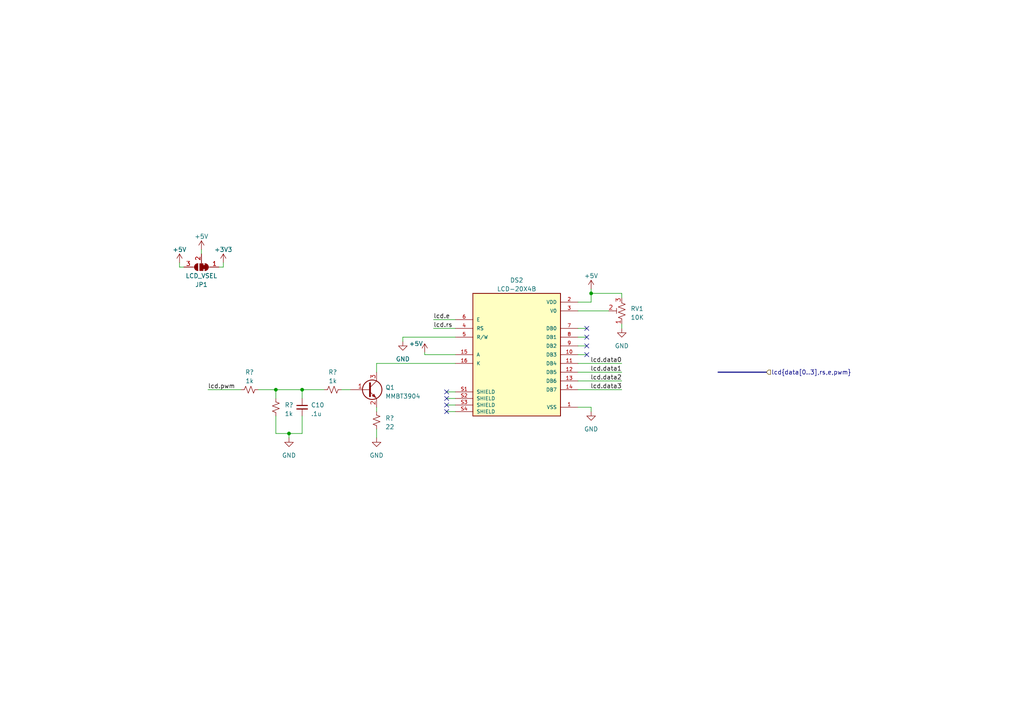
<source format=kicad_sch>
(kicad_sch (version 20230121) (generator eeschema)
  (paper "A4")
  (lib_symbols
    (symbol "Device:C_Small" (pin_numbers hide) (pin_names (offset 0.254) hide)
      (property "Reference" "C" (at 0.254 1.778 0))
      (property "Value" "C_Small" (at 0.254 -2.032 0))
      (symbol "C_Small_0_1"
        (polyline (pts (xy -1.524 -0.508) (xy 1.524 -0.508)) (stroke (width 0.3302)))
        (polyline (pts (xy -1.524 0.508) (xy 1.524 0.508)) (stroke (width 0.3048)))
      )
      (symbol "C_Small_1_1"
        (pin passive line (at 0 2.54 270) (length 2.032) (name "~") (number "1"))
        (pin passive line (at 0 -2.54 90) (length 2.032) (name "~") (number "2"))
      )
    )
    (symbol "Device:R_Potentiometer_Trim_US" (pin_names (offset 1.016) hide)
      (property "Reference" "RV" (at -4.445 0 90))
      (property "Value" "R_Potentiometer_Trim_US" (at -2.54 0 90))
      (symbol "R_Potentiometer_Trim_US_0_1"
        (polyline (pts (xy 0 -2.286) (xy 0 -2.54)))
        (polyline (pts (xy 0 2.286) (xy 0 2.54)))
        (polyline (pts (xy 1.524 0.762) (xy 1.524 -0.762)))
        (polyline (pts (xy 2.54 0) (xy 1.524 0)))
        (polyline (pts (xy 0 -0.762) (xy 1.016 -1.143) (xy 0 -1.524) (xy -1.016 -1.905) (xy 0 -2.286)))
        (polyline (pts (xy 0 0.762) (xy 1.016 0.381) (xy 0 0) (xy -1.016 -0.381) (xy 0 -0.762)))
        (polyline (pts (xy 0 2.286) (xy 1.016 1.905) (xy 0 1.524) (xy -1.016 1.143) (xy 0 0.762)))
      )
      (symbol "R_Potentiometer_Trim_US_1_1"
        (pin passive line (at 0 3.81 270) (length 1.27) (name "1") (number "1"))
        (pin passive line (at 3.81 0 180) (length 1.27) (name "2") (number "2"))
        (pin passive line (at 0 -3.81 90) (length 1.27) (name "3") (number "3"))
      )
    )
    (symbol "Device:R_Small_US" (pin_numbers hide) (pin_names (offset 0.254) hide)
      (property "Reference" "R" (at 0.762 0.508 0))
      (property "Value" "R_Small_US" (at 0.762 -1.016 0))
      (symbol "R_Small_US_1_1"
        (polyline (pts (xy 0 0) (xy 1.016 -0.381) (xy 0 -0.762) (xy -1.016 -1.143) (xy 0 -1.524)))
        (polyline (pts (xy 0 1.524) (xy 1.016 1.143) (xy 0 0.762) (xy -1.016 0.381) (xy 0 0)))
        (pin passive line (at 0 2.54 270) (length 1.016) (name "~") (number "1"))
        (pin passive line (at 0 -2.54 90) (length 1.016) (name "~") (number "2"))
      )
    )
    (symbol "Jumper:SolderJumper_3_Bridged12" (pin_names (offset 0) hide)
      (property "Reference" "JP" (at -2.54 -2.54 0))
      (property "Value" "SolderJumper_3_Bridged12" (at 0 2.794 0))
      (symbol "SolderJumper_3_Bridged12_0_1"
        (rectangle (start -1.016 0.508) (end -0.508 -0.508) (fill (type outline)))
        (arc (start -1.016 1.016) (mid -2.0276 0) (end -1.016 -1.016))
        (arc (start -1.016 1.016) (mid -2.0276 0) (end -1.016 -1.016) (fill (type outline)))
        (rectangle (start -0.508 1.016) (end 0.508 -1.016) (fill (type outline)))
        (polyline (pts (xy -2.54 0) (xy -2.032 0)))
        (polyline (pts (xy -1.016 1.016) (xy -1.016 -1.016)))
        (polyline (pts (xy 0 -1.27) (xy 0 -1.016)))
        (polyline (pts (xy 1.016 1.016) (xy 1.016 -1.016)))
        (polyline (pts (xy 2.54 0) (xy 2.032 0)))
        (arc (start 1.016 -1.016) (mid 2.0276 0) (end 1.016 1.016))
        (arc (start 1.016 -1.016) (mid 2.0276 0) (end 1.016 1.016) (fill (type outline)))
      )
      (symbol "SolderJumper_3_Bridged12_1_1"
        (pin passive line (at -5.08 0 0) (length 2.54) (name "A") (number "1"))
        (pin passive line (at 0 -3.81 90) (length 2.54) (name "C") (number "2"))
        (pin passive line (at 5.08 0 180) (length 2.54) (name "B") (number "3"))
      )
    )
    (symbol "Transistor_BJT:MMBT3904" (pin_names (offset 0) hide)
      (property "Reference" "Q" (at 5.08 1.905 0))
      (property "Value" "MMBT3904" (at 5.08 0 0))
      (symbol "MMBT3904_0_1"
        (polyline (pts (xy 0.635 0.635) (xy 2.54 2.54)))
        (polyline (pts (xy 0.635 -0.635) (xy 2.54 -2.54) (xy 2.54 -2.54)))
        (polyline (pts (xy 0.635 1.905) (xy 0.635 -1.905) (xy 0.635 -1.905)) (stroke (width 0.508)))
        (polyline (pts (xy 1.27 -1.778) (xy 1.778 -1.27) (xy 2.286 -2.286) (xy 1.27 -1.778) (xy 1.27 -1.778)) (fill (type outline)))
        (circle (center 1.27 0) (radius 2.8194) (stroke (width 0.254)))
      )
      (symbol "MMBT3904_1_1"
        (pin input line (at -5.08 0 0) (length 5.715) (name "B") (number "1"))
        (pin passive line (at 2.54 -5.08 90) (length 2.54) (name "E") (number "2"))
        (pin passive line (at 2.54 5.08 270) (length 2.54) (name "C") (number "3"))
      )
    )
    (symbol "assorted:LCD-20X4B" (pin_names (offset 1.016))
      (property "Reference" "DS2" (at 0 21.59 0))
      (property "Value" "LCD-20X4B" (at 0 19.05 0))
      (symbol "LCD-20X4B_0_0"
        (rectangle (start -12.7 -17.78) (end 12.7 17.78) (stroke (width 0.254)) (fill (type background)))
        (pin power_in line (at 17.78 -15.24 180) (length 5.08) (name "VSS") (number "1"))
        (pin bidirectional line (at 17.78 0 180) (length 5.08) (name "DB3") (number "10"))
        (pin bidirectional line (at 17.78 -2.54 180) (length 5.08) (name "DB4") (number "11"))
        (pin bidirectional line (at 17.78 -5.08 180) (length 5.08) (name "DB5") (number "12"))
        (pin bidirectional line (at 17.78 -7.62 180) (length 5.08) (name "DB6") (number "13"))
        (pin bidirectional line (at 17.78 -10.16 180) (length 5.08) (name "DB7") (number "14"))
        (pin passive line (at -17.78 0 0) (length 5.08) (name "A") (number "15"))
        (pin passive line (at -17.78 -2.54 0) (length 5.08) (name "K") (number "16"))
        (pin power_in line (at 17.78 15.24 180) (length 5.08) (name "VDD") (number "2"))
        (pin power_in line (at 17.78 12.7 180) (length 5.08) (name "V0") (number "3"))
        (pin input line (at -17.78 7.62 0) (length 5.08) (name "RS") (number "4"))
        (pin input line (at -17.78 5.08 0) (length 5.08) (name "R/W") (number "5"))
        (pin input line (at -17.78 10.16 0) (length 5.08) (name "E") (number "6"))
        (pin bidirectional line (at 17.78 7.62 180) (length 5.08) (name "DB0") (number "7"))
        (pin bidirectional line (at 17.78 5.08 180) (length 5.08) (name "DB1") (number "8"))
        (pin bidirectional line (at 17.78 2.54 180) (length 5.08) (name "DB2") (number "9"))
        (pin passive line (at -17.78 -10.795 0) (length 5.08) (name "SHIELD") (number "S1"))
        (pin passive line (at -17.78 -12.7 0) (length 5.08) (name "SHIELD") (number "S2"))
        (pin passive line (at -17.78 -14.605 0) (length 5.08) (name "SHIELD") (number "S3"))
        (pin passive line (at -17.78 -16.51 0) (length 5.08) (name "SHIELD") (number "S4"))
      )
    )
    (symbol "power:+3V3" (power) (pin_names (offset 0))
      (property "Value" "+3V3" (at 0 3.556 0))
      (symbol "+3V3_0_1"
        (polyline (pts (xy -0.762 1.27) (xy 0 2.54)))
        (polyline (pts (xy 0 0) (xy 0 2.54)))
        (polyline (pts (xy 0 2.54) (xy 0.762 1.27)))
      )
      (symbol "+3V3_1_1"
        (pin power_in line (at 0 0 90) (length 0) hide (name "+3V3") (number "1"))
      )
    )
    (symbol "power:+5V" (power) (pin_names (offset 0))
      (property "Value" "+5V" (at 0 3.556 0))
      (symbol "+5V_0_1"
        (polyline (pts (xy -0.762 1.27) (xy 0 2.54)))
        (polyline (pts (xy 0 0) (xy 0 2.54)))
        (polyline (pts (xy 0 2.54) (xy 0.762 1.27)))
      )
      (symbol "+5V_1_1"
        (pin power_in line (at 0 0 90) (length 0) hide (name "+5V") (number "1"))
      )
    )
    (symbol "power:GND" (power) (pin_names (offset 0))
      (property "Value" "GND" (at 0 -3.81 0))
      (symbol "GND_0_1"
        (polyline (pts (xy 0 0) (xy 0 -1.27) (xy 1.27 -1.27) (xy 0 -2.54) (xy -1.27 -1.27) (xy 0 -1.27)))
      )
      (symbol "GND_1_1"
        (pin power_in line (at 0 0 270) (length 0) hide (name "GND") (number "1"))
      )
    )
  )
  (junction (at 80.01 113.03))
  (junction (at 87.63 113.03))
  (junction (at 171.45 85.09))
  (junction (at 83.82 125.73))
  (no_connect (at 129.54 117.475))
  (no_connect (at 129.54 119.38))
  (no_connect (at 170.18 100.33))
  (no_connect (at 170.18 97.79))
  (no_connect (at 170.18 95.25))
  (no_connect (at 129.54 113.665))
  (no_connect (at 129.54 115.57))
  (no_connect (at 170.18 102.87))
  (wire (pts (xy 80.01 125.73) (xy 83.82 125.73)))
  (wire (pts (xy 167.64 95.25) (xy 170.18 95.25)))
  (wire (pts (xy 80.01 113.03) (xy 87.63 113.03)))
  (wire (pts (xy 52.07 77.47) (xy 53.34 77.47)))
  (wire (pts (xy 167.64 113.03) (xy 180.34 113.03)))
  (wire (pts (xy 125.73 95.25) (xy 132.08 95.25)))
  (wire (pts (xy 116.84 97.79) (xy 132.08 97.79)))
  (wire (pts (xy 180.34 93.98) (xy 180.34 95.25)))
  (wire (pts (xy 171.45 118.11) (xy 171.45 119.38)))
  (wire (pts (xy 123.19 102.87) (xy 132.08 102.87)))
  (wire (pts (xy 109.22 107.95) (xy 109.22 105.41)))
  (wire (pts (xy 132.08 115.57) (xy 129.54 115.57)))
  (wire (pts (xy 167.64 118.11) (xy 171.45 118.11)))
  (wire (pts (xy 58.42 72.39) (xy 58.42 73.66)))
  (wire (pts (xy 60.325 113.03) (xy 69.85 113.03)))
  (wire (pts (xy 99.06 113.03) (xy 101.6 113.03)))
  (wire (pts (xy 167.64 110.49) (xy 180.34 110.49)))
  (wire (pts (xy 80.01 120.65) (xy 80.01 125.73)))
  (wire (pts (xy 180.34 86.36) (xy 180.34 85.09)))
  (bus (pts (xy 222.25 107.95) (xy 208.28 107.95)))
  (wire (pts (xy 132.08 113.665) (xy 129.54 113.665)))
  (wire (pts (xy 87.63 115.57) (xy 87.63 113.03)))
  (wire (pts (xy 80.01 115.57) (xy 80.01 113.03)))
  (wire (pts (xy 52.07 76.2) (xy 52.07 77.47)))
  (wire (pts (xy 116.84 97.79) (xy 116.84 99.06)))
  (wire (pts (xy 87.63 113.03) (xy 93.98 113.03)))
  (wire (pts (xy 167.64 87.63) (xy 171.45 87.63)))
  (wire (pts (xy 83.82 125.73) (xy 87.63 125.73)))
  (wire (pts (xy 132.08 117.475) (xy 129.54 117.475)))
  (wire (pts (xy 123.19 102.235) (xy 123.19 102.87)))
  (wire (pts (xy 87.63 120.65) (xy 87.63 125.73)))
  (wire (pts (xy 167.64 102.87) (xy 170.18 102.87)))
  (wire (pts (xy 171.45 85.09) (xy 180.34 85.09)))
  (wire (pts (xy 125.73 92.71) (xy 132.08 92.71)))
  (wire (pts (xy 167.64 97.79) (xy 170.18 97.79)))
  (wire (pts (xy 64.77 77.47) (xy 64.77 76.2)))
  (wire (pts (xy 132.08 119.38) (xy 129.54 119.38)))
  (wire (pts (xy 109.22 118.11) (xy 109.22 119.38)))
  (wire (pts (xy 109.22 124.46) (xy 109.22 127)))
  (wire (pts (xy 167.64 107.95) (xy 180.34 107.95)))
  (wire (pts (xy 83.82 125.73) (xy 83.82 127)))
  (wire (pts (xy 167.64 105.41) (xy 180.34 105.41)))
  (wire (pts (xy 109.22 105.41) (xy 132.08 105.41)))
  (wire (pts (xy 171.45 85.09) (xy 171.45 87.63)))
  (wire (pts (xy 167.64 90.17) (xy 176.53 90.17)))
  (wire (pts (xy 167.64 100.33) (xy 170.18 100.33)))
  (wire (pts (xy 171.45 83.82) (xy 171.45 85.09)))
  (wire (pts (xy 64.77 77.47) (xy 63.5 77.47)))
  (wire (pts (xy 74.93 113.03) (xy 80.01 113.03)))
  (label "lcd.data2" (at 180.34 110.49 180))
  (label "lcd.rs" (at 125.73 95.25 0))
  (label "lcd.e" (at 125.73 92.71 0))
  (label "lcd.pwm" (at 60.325 113.03 0))
  (label "lcd.data0" (at 180.34 105.41 180))
  (label "lcd.data1" (at 180.34 107.95 180))
  (label "lcd.data3" (at 180.34 113.03 180))
  (hierarchical_label "lcd{data[0..3],rs,e,pwm}" (shape input) (at 222.25 107.95 0))
  (symbol (lib_id "power:+3V3") (at 64.77 76.2 0) (unit 1)
    (property "Reference" "#PWR044" (effects hide))
    (property "Value" "+3V3" (at 64.77 72.39 0))
    (instances (project "dlev-mini" (path "" (reference "#PWR044") (unit 1)) (path "" (reference "#PWR046") (unit 1))))
  )
  (symbol (lib_id "power:+5V") (at 123.19 102.235 0) (unit 1)
    (property "Reference" "#PWR045" (effects hide))
    (property "Value" "+5V" (at 120.65 99.695 0))
    (instances (project "dlev-mini" (path "" (reference "#PWR045") (unit 1)) (path "" (reference "#PWR050") (unit 1))))
  )
  (symbol (lib_id "Device:R_Small_US") (at 72.39 113.03 90) (unit 1)
    (property "Reference" "R?" (at 72.39 107.95 90))
    (property "Value" "1k" (at 72.39 110.49 90))
    (property "Footprint" "Resistor_SMD:R_0805_2012Metric_Pad1.20x1.40mm_HandSolder" (effects hide))
    (instances (project "dlev-mini" (path "" (reference "R?") (unit 1)) (path "" (reference "R8") (unit 1))))
  )
  (symbol (lib_id "Device:R_Small_US") (at 96.52 113.03 90) (unit 1)
    (property "Reference" "R?" (at 96.52 107.95 90))
    (property "Value" "1k" (at 96.52 110.49 90))
    (property "Footprint" "Resistor_SMD:R_0805_2012Metric_Pad1.20x1.40mm_HandSolder" (effects hide))
    (instances (project "dlev-mini" (path "" (reference "R?") (unit 1)) (path "" (reference "R5") (unit 1))))
  )
  (symbol (lib_id "power:+5V") (at 58.42 72.39 0) (unit 1)
    (property "Reference" "#PWR045" (effects hide))
    (property "Value" "VLCD" (at 58.42 68.58 0))
  )
  (symbol (lib_id "Device:R_Small_US") (at 109.22 121.92 180) (unit 1)
    (property "Reference" "R?" (at 111.76 121.285 0) (effects (justify right)))
    (property "Value" "22" (at 111.76 123.825 0) (effects (justify right)))
    (property "Footprint" "Resistor_SMD:R_0805_2012Metric_Pad1.20x1.40mm_HandSolder" (effects hide))
    (instances (project "dlev-mini" (path "" (reference "R?") (unit 1)) (path "" (reference "R6") (unit 1))))
  )
  (symbol (lib_id "power:GND") (at 171.45 119.38 0) (unit 1)
    (property "Reference" "#PWR041" (effects hide))
    (property "Value" "GND" (at 171.45 124.46 0))
    (instances (project "dlev-mini" (path "" (reference "#PWR041") (unit 1)) (path "" (reference "#PWR042") (unit 1))))
  )
  (symbol (lib_id "Transistor_BJT:MMBT3904") (at 106.68 113.03 0) (unit 1)
    (property "Reference" "Q1" (at 111.76 112.395 0) (effects (justify left)))
    (property "Value" "MMBT3904" (at 111.76 114.935 0) (effects (justify left)))
    (property "Footprint" "Package_TO_SOT_SMD:SOT-23" (effects hide))
    (property "Datasheet" "https://www.onsemi.com/pub/Collateral/2N3903-D.PDF" (effects hide))
    (instances (project "dlev-mini" (path "" (reference "Q1") (unit 1)) (path "" (reference "Q2") (unit 1))))
  )
  (symbol (lib_id "assorted:LCD-20X4B") (at 149.86 102.87 0) (unit 1)
    (property "Reference" "DS2" (at 149.86 81.28 0))
    (property "Value" "LCD-20X4B" (at 149.86 83.82 0))
    (property "Footprint" "d-lev:ERM2004-0" (effects hide))
    (property "PARTREV" "N/A" (effects hide))
    (property "STANDARD" "Manufacturer Recommendations" (effects hide))
    (property "MAXIMUM_PACKAGE_HEIGHT" "14 mm" (effects hide))
    (property "MANUFACTURER" "Gravitech" (effects hide))
  )
  (symbol (lib_id "power:+5V") (at 52.07 76.2 0) (unit 1)
    (property "Reference" "#PWR046" (effects hide))
    (property "Value" "+5V" (at 52.07 72.39 0))
    (instances (project "dlev-mini" (path "" (reference "#PWR046") (unit 1)) (path "" (reference "#PWR044") (unit 1))))
  )
  (symbol (lib_id "power:GND") (at 109.22 127 0) (unit 1)
    (property "Reference" "#PWR041" (effects hide))
    (property "Value" "GND" (at 109.22 132.08 0))
    (instances (project "dlev-mini" (path "" (reference "#PWR041") (unit 1)) (path "" (reference "#PWR048") (unit 1))))
  )
  (symbol (lib_id "power:GND") (at 83.82 127 0) (unit 1)
    (property "Reference" "#PWR041" (effects hide))
    (property "Value" "GND" (at 83.82 132.08 0))
    (instances (project "dlev-mini" (path "" (reference "#PWR041") (unit 1)) (path "" (reference "#PWR047") (unit 1))))
  )
  (symbol (lib_id "power:GND") (at 116.84 99.06 0) (unit 1)
    (property "Reference" "#PWR041" (effects hide))
    (property "Value" "GND" (at 116.84 104.14 0))
    (instances (project "dlev-mini" (path "" (reference "#PWR041") (unit 1)) (path "" (reference "#PWR049") (unit 1))))
  )
  (symbol (lib_id "power:+5V") (at 171.45 83.82 0) (unit 1)
    (property "Reference" "#PWR042" (effects hide))
    (property "Value" "VLCD" (at 171.45 80.01 0))
    (instances (project "dlev-mini" (path "" (reference "#PWR042") (unit 1)) (path "" (reference "#PWR041") (unit 1))))
  )
  (symbol (lib_id "Device:C_Small") (at 87.63 118.11 0) (unit 1)
    (property "Reference" "C10" (at 90.17 117.4813 0) (effects (justify left)))
    (property "Value" ".1u" (at 90.17 120.0213 0) (effects (justify left)))
    (property "Footprint" "Capacitor_SMD:C_0805_2012Metric_Pad1.18x1.45mm_HandSolder" (effects hide))
  )
  (symbol (lib_id "power:GND") (at 180.34 95.25 0) (unit 1)
    (property "Reference" "#PWR043" (effects hide))
    (property "Value" "GND" (at 180.34 100.33 0))
  )
  (symbol (lib_id "Device:R_Potentiometer_Trim_US") (at 180.34 90.17 180) (unit 1)
    (property "Reference" "RV1" (at 182.88 89.535 0) (effects (justify right)))
    (property "Value" "10K" (at 182.88 92.075 0) (effects (justify right)))
    (property "Footprint" "Potentiometer_SMD:Potentiometer_Bourns_TC33X_Vertical" (effects hide))
  )
  (symbol (lib_id "Jumper:SolderJumper_3_Bridged12") (at 58.42 77.47 180) (unit 1) (in_bom no)
    (property "Reference" "JP1" (at 58.42 82.55 0))
    (property "Value" "LCD_VSEL" (at 58.42 80.01 0))
    (property "Footprint" "Jumper:SolderJumper-3_P1.3mm_Bridged2Bar12_RoundedPad1.0x1.5mm_NumberLabels" (effects hide))
  )
  (symbol (lib_id "Device:R_Small_US") (at 80.01 118.11 180) (unit 1)
    (property "Reference" "R?" (at 82.55 117.475 0) (effects (justify right)))
    (property "Value" "1k" (at 82.55 120.015 0) (effects (justify right)))
    (property "Footprint" "Resistor_SMD:R_0805_2012Metric_Pad1.20x1.40mm_HandSolder" (effects hide))
    (instances (project "dlev-mini" (path "" (reference "R?") (unit 1)) (path "" (reference "R7") (unit 1))))
  )
)
</source>
